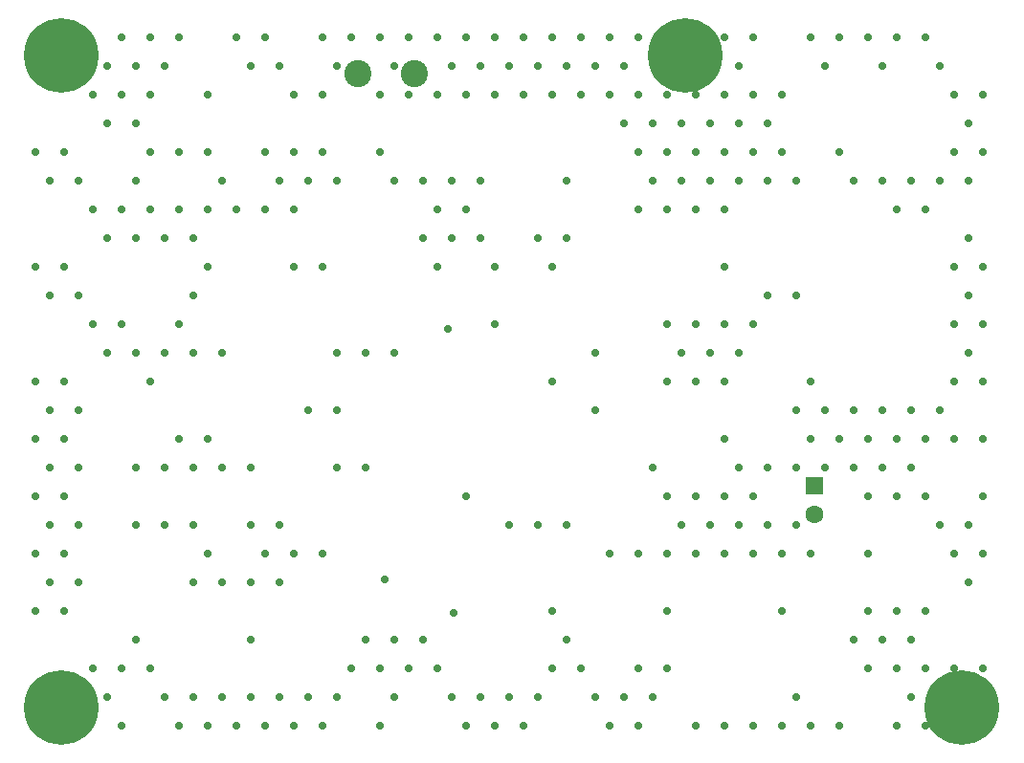
<source format=gbs>
G04*
G04 #@! TF.GenerationSoftware,Altium Limited,Altium Designer,22.3.1 (43)*
G04*
G04 Layer_Color=16711935*
%FSLAX25Y25*%
%MOIN*%
G70*
G04*
G04 #@! TF.SameCoordinates,ADBFED44-BD27-400C-BC08-764E4E0E5164*
G04*
G04*
G04 #@! TF.FilePolarity,Negative*
G04*
G01*
G75*
%ADD84R,0.06306X0.06306*%
%ADD85C,0.06306*%
%ADD86C,0.09455*%
%ADD87C,0.02800*%
%ADD99C,0.25984*%
D84*
X278400Y-162400D02*
D03*
D85*
Y-172400D02*
D03*
D86*
X139000Y-18900D02*
D03*
X119315D02*
D03*
D87*
X128500Y-195000D02*
D03*
X152600Y-206700D02*
D03*
X337000Y-26000D02*
D03*
Y-46000D02*
D03*
Y-86000D02*
D03*
Y-106000D02*
D03*
Y-126000D02*
D03*
Y-146000D02*
D03*
Y-166000D02*
D03*
Y-186000D02*
D03*
Y-226000D02*
D03*
X327000Y-26000D02*
D03*
X332000Y-36000D02*
D03*
X327000Y-46000D02*
D03*
X332000Y-56000D02*
D03*
Y-76000D02*
D03*
X327000Y-86000D02*
D03*
X332000Y-96000D02*
D03*
X327000Y-106000D02*
D03*
X332000Y-116000D02*
D03*
X327000Y-126000D02*
D03*
Y-146000D02*
D03*
X332000Y-176000D02*
D03*
X327000Y-186000D02*
D03*
X332000Y-196000D02*
D03*
X327000Y-226000D02*
D03*
X317000Y-6000D02*
D03*
X322000Y-16000D02*
D03*
Y-56000D02*
D03*
X317000Y-66000D02*
D03*
X322000Y-136000D02*
D03*
X317000Y-146000D02*
D03*
Y-166000D02*
D03*
X322000Y-176000D02*
D03*
X317000Y-206000D02*
D03*
Y-226000D02*
D03*
Y-246000D02*
D03*
X307000Y-6000D02*
D03*
X312000Y-56000D02*
D03*
X307000Y-66000D02*
D03*
X312000Y-136000D02*
D03*
X307000Y-146000D02*
D03*
X312000Y-156000D02*
D03*
X307000Y-166000D02*
D03*
Y-206000D02*
D03*
X312000Y-216000D02*
D03*
X307000Y-226000D02*
D03*
X312000Y-236000D02*
D03*
X307000Y-246000D02*
D03*
X297000Y-6000D02*
D03*
X302000Y-16000D02*
D03*
Y-56000D02*
D03*
Y-136000D02*
D03*
X297000Y-146000D02*
D03*
X302000Y-156000D02*
D03*
X297000Y-166000D02*
D03*
Y-186000D02*
D03*
Y-206000D02*
D03*
X302000Y-216000D02*
D03*
X297000Y-226000D02*
D03*
X287000Y-6000D02*
D03*
Y-46000D02*
D03*
X292000Y-56000D02*
D03*
Y-136000D02*
D03*
X287000Y-146000D02*
D03*
X292000Y-156000D02*
D03*
Y-216000D02*
D03*
X287000Y-246000D02*
D03*
X277000Y-6000D02*
D03*
X282000Y-16000D02*
D03*
X277000Y-126000D02*
D03*
X282000Y-136000D02*
D03*
X277000Y-146000D02*
D03*
X282000Y-156000D02*
D03*
X277000Y-186000D02*
D03*
Y-246000D02*
D03*
X267000Y-26000D02*
D03*
Y-46000D02*
D03*
X272000Y-56000D02*
D03*
Y-96000D02*
D03*
Y-136000D02*
D03*
Y-156000D02*
D03*
Y-176000D02*
D03*
X267000Y-186000D02*
D03*
Y-206000D02*
D03*
X272000Y-236000D02*
D03*
X267000Y-246000D02*
D03*
X257000Y-6000D02*
D03*
Y-26000D02*
D03*
X262000Y-36000D02*
D03*
X257000Y-46000D02*
D03*
X262000Y-56000D02*
D03*
Y-96000D02*
D03*
X257000Y-106000D02*
D03*
X262000Y-156000D02*
D03*
X257000Y-166000D02*
D03*
X262000Y-176000D02*
D03*
X257000Y-186000D02*
D03*
Y-246000D02*
D03*
X247000Y-6000D02*
D03*
X252000Y-16000D02*
D03*
X247000Y-26000D02*
D03*
X252000Y-36000D02*
D03*
X247000Y-46000D02*
D03*
X252000Y-56000D02*
D03*
X247000Y-66000D02*
D03*
Y-86000D02*
D03*
Y-106000D02*
D03*
X252000Y-116000D02*
D03*
X247000Y-126000D02*
D03*
Y-146000D02*
D03*
X252000Y-156000D02*
D03*
X247000Y-166000D02*
D03*
X252000Y-176000D02*
D03*
X247000Y-186000D02*
D03*
Y-246000D02*
D03*
X237000Y-26000D02*
D03*
X242000Y-36000D02*
D03*
X237000Y-46000D02*
D03*
X242000Y-56000D02*
D03*
X237000Y-66000D02*
D03*
Y-106000D02*
D03*
X242000Y-116000D02*
D03*
X237000Y-126000D02*
D03*
Y-166000D02*
D03*
X242000Y-176000D02*
D03*
X237000Y-186000D02*
D03*
Y-246000D02*
D03*
X227000Y-26000D02*
D03*
X232000Y-36000D02*
D03*
X227000Y-46000D02*
D03*
X232000Y-56000D02*
D03*
X227000Y-66000D02*
D03*
Y-106000D02*
D03*
X232000Y-116000D02*
D03*
X227000Y-126000D02*
D03*
Y-166000D02*
D03*
X232000Y-176000D02*
D03*
X227000Y-186000D02*
D03*
Y-206000D02*
D03*
Y-226000D02*
D03*
X217000Y-6000D02*
D03*
Y-26000D02*
D03*
X222000Y-36000D02*
D03*
X217000Y-46000D02*
D03*
X222000Y-56000D02*
D03*
X217000Y-66000D02*
D03*
X222000Y-156000D02*
D03*
X217000Y-186000D02*
D03*
Y-226000D02*
D03*
X222000Y-236000D02*
D03*
X217000Y-246000D02*
D03*
X207000Y-6000D02*
D03*
X212000Y-16000D02*
D03*
X207000Y-26000D02*
D03*
X212000Y-36000D02*
D03*
X207000Y-186000D02*
D03*
X212000Y-236000D02*
D03*
X207000Y-246000D02*
D03*
X197000Y-6000D02*
D03*
X202000Y-16000D02*
D03*
X197000Y-26000D02*
D03*
X202000Y-116000D02*
D03*
Y-136000D02*
D03*
X197000Y-226000D02*
D03*
X202000Y-236000D02*
D03*
X187000Y-6000D02*
D03*
X192000Y-16000D02*
D03*
X187000Y-26000D02*
D03*
X192000Y-56000D02*
D03*
Y-76000D02*
D03*
X187000Y-86000D02*
D03*
Y-126000D02*
D03*
X192000Y-176000D02*
D03*
X187000Y-206000D02*
D03*
X192000Y-216000D02*
D03*
X187000Y-226000D02*
D03*
X177000Y-6000D02*
D03*
X182000Y-16000D02*
D03*
X177000Y-26000D02*
D03*
X182000Y-76000D02*
D03*
Y-176000D02*
D03*
Y-236000D02*
D03*
X177000Y-246000D02*
D03*
X167000Y-6000D02*
D03*
X172000Y-16000D02*
D03*
X167000Y-26000D02*
D03*
Y-86000D02*
D03*
Y-106000D02*
D03*
X172000Y-176000D02*
D03*
Y-236000D02*
D03*
X167000Y-246000D02*
D03*
X157000Y-6000D02*
D03*
X162000Y-16000D02*
D03*
X157000Y-26000D02*
D03*
X162000Y-56000D02*
D03*
X157000Y-66000D02*
D03*
X162000Y-76000D02*
D03*
X157000Y-166000D02*
D03*
X162000Y-236000D02*
D03*
X157000Y-246000D02*
D03*
X147000Y-6000D02*
D03*
X152000Y-16000D02*
D03*
X147000Y-26000D02*
D03*
X152000Y-56000D02*
D03*
X147000Y-66000D02*
D03*
X152000Y-76000D02*
D03*
X147000Y-86000D02*
D03*
Y-226000D02*
D03*
X152000Y-236000D02*
D03*
X137000Y-6000D02*
D03*
Y-26000D02*
D03*
X142000Y-56000D02*
D03*
Y-76000D02*
D03*
Y-216000D02*
D03*
X137000Y-226000D02*
D03*
X127000Y-6000D02*
D03*
X132000Y-16000D02*
D03*
X127000Y-26000D02*
D03*
Y-46000D02*
D03*
X132000Y-56000D02*
D03*
Y-116000D02*
D03*
Y-216000D02*
D03*
X127000Y-226000D02*
D03*
X132000Y-236000D02*
D03*
X127000Y-246000D02*
D03*
X117000Y-6000D02*
D03*
X122000Y-116000D02*
D03*
Y-156000D02*
D03*
Y-216000D02*
D03*
X117000Y-226000D02*
D03*
X107000Y-6000D02*
D03*
X112000Y-16000D02*
D03*
X107000Y-26000D02*
D03*
Y-46000D02*
D03*
X112000Y-56000D02*
D03*
X107000Y-86000D02*
D03*
X112000Y-116000D02*
D03*
Y-136000D02*
D03*
Y-156000D02*
D03*
X107000Y-186000D02*
D03*
X112000Y-236000D02*
D03*
X107000Y-246000D02*
D03*
X97000Y-26000D02*
D03*
Y-46000D02*
D03*
X102000Y-56000D02*
D03*
X97000Y-66000D02*
D03*
Y-86000D02*
D03*
X102000Y-136000D02*
D03*
X97000Y-186000D02*
D03*
X102000Y-236000D02*
D03*
X97000Y-246000D02*
D03*
X87000Y-6000D02*
D03*
X92000Y-16000D02*
D03*
X87000Y-46000D02*
D03*
X92000Y-56000D02*
D03*
X87000Y-66000D02*
D03*
X92000Y-176000D02*
D03*
X87000Y-186000D02*
D03*
X92000Y-196000D02*
D03*
Y-236000D02*
D03*
X87000Y-246000D02*
D03*
X77000Y-6000D02*
D03*
X82000Y-16000D02*
D03*
X77000Y-66000D02*
D03*
X82000Y-156000D02*
D03*
Y-176000D02*
D03*
Y-196000D02*
D03*
Y-216000D02*
D03*
Y-236000D02*
D03*
X77000Y-246000D02*
D03*
X67000Y-26000D02*
D03*
Y-46000D02*
D03*
X72000Y-56000D02*
D03*
X67000Y-66000D02*
D03*
Y-86000D02*
D03*
X72000Y-116000D02*
D03*
X67000Y-146000D02*
D03*
X72000Y-156000D02*
D03*
X67000Y-186000D02*
D03*
X72000Y-196000D02*
D03*
Y-236000D02*
D03*
X67000Y-246000D02*
D03*
X57000Y-6000D02*
D03*
Y-46000D02*
D03*
Y-66000D02*
D03*
X62000Y-76000D02*
D03*
Y-96000D02*
D03*
X57000Y-106000D02*
D03*
X62000Y-116000D02*
D03*
X57000Y-146000D02*
D03*
X62000Y-156000D02*
D03*
Y-176000D02*
D03*
Y-196000D02*
D03*
Y-236000D02*
D03*
X57000Y-246000D02*
D03*
X47000Y-6000D02*
D03*
X52000Y-16000D02*
D03*
X47000Y-26000D02*
D03*
Y-46000D02*
D03*
Y-66000D02*
D03*
X52000Y-76000D02*
D03*
Y-116000D02*
D03*
X47000Y-126000D02*
D03*
X52000Y-156000D02*
D03*
Y-176000D02*
D03*
X47000Y-226000D02*
D03*
X52000Y-236000D02*
D03*
X37000Y-6000D02*
D03*
X42000Y-16000D02*
D03*
X37000Y-26000D02*
D03*
X42000Y-36000D02*
D03*
Y-56000D02*
D03*
X37000Y-66000D02*
D03*
X42000Y-76000D02*
D03*
X37000Y-106000D02*
D03*
X42000Y-116000D02*
D03*
Y-156000D02*
D03*
Y-176000D02*
D03*
Y-216000D02*
D03*
X37000Y-226000D02*
D03*
Y-246000D02*
D03*
X32000Y-16000D02*
D03*
X27000Y-26000D02*
D03*
X32000Y-36000D02*
D03*
X27000Y-66000D02*
D03*
X32000Y-76000D02*
D03*
X27000Y-106000D02*
D03*
X32000Y-116000D02*
D03*
X27000Y-226000D02*
D03*
X32000Y-236000D02*
D03*
X17000Y-46000D02*
D03*
X22000Y-56000D02*
D03*
X17000Y-86000D02*
D03*
X22000Y-96000D02*
D03*
X17000Y-126000D02*
D03*
X22000Y-136000D02*
D03*
X17000Y-146000D02*
D03*
X22000Y-156000D02*
D03*
X17000Y-166000D02*
D03*
X22000Y-176000D02*
D03*
X17000Y-186000D02*
D03*
X22000Y-196000D02*
D03*
X17000Y-206000D02*
D03*
X7000Y-46000D02*
D03*
X12000Y-56000D02*
D03*
X7000Y-86000D02*
D03*
X12000Y-96000D02*
D03*
X7000Y-126000D02*
D03*
X12000Y-136000D02*
D03*
X7000Y-146000D02*
D03*
X12000Y-156000D02*
D03*
X7000Y-166000D02*
D03*
X12000Y-176000D02*
D03*
X7000Y-186000D02*
D03*
X12000Y-196000D02*
D03*
X7000Y-206000D02*
D03*
X150700Y-107800D02*
D03*
D99*
X329700Y-239800D02*
D03*
X16100D02*
D03*
X233300Y-12300D02*
D03*
X16100D02*
D03*
M02*

</source>
